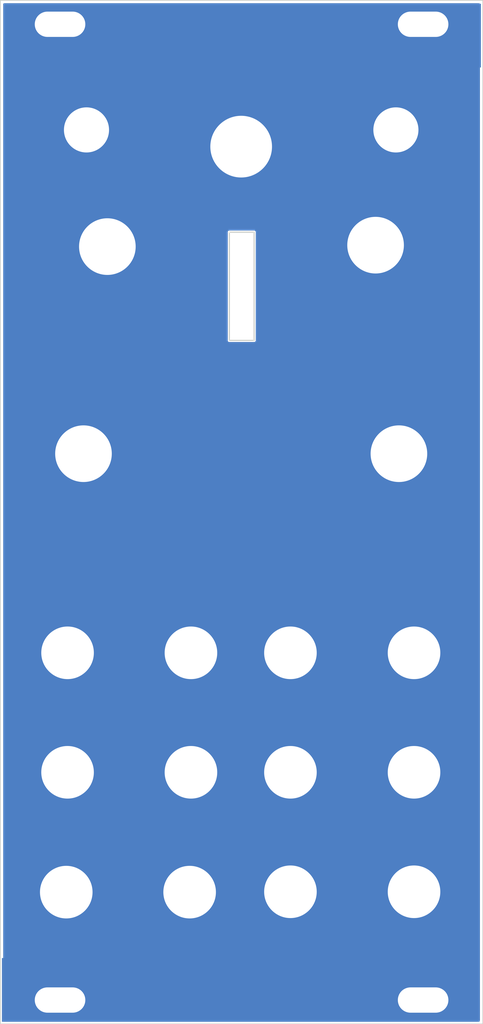
<source format=kicad_pcb>
(kicad_pcb (version 20221018) (generator pcbnew)
  (layers (0 "F.Cu" signal) (1 "In1.Cu" signal) (2 "In2.Cu" signal) (31 "B.Cu" signal) (34 "B.Paste" user) (35 "F.Paste" user) (36 "B.SilkS" user "B.Silkscreen") (37 "F.SilkS" user "F.Silkscreen") (38 "B.Mask" user) (39 "F.Mask" user) (44 "Edge.Cuts" user))
  (net 0 "")
  (net 1 "GND")
  (footprint "Faceplate_Hole_Pot_16mm" (layer "F.Cu") (at 76.313352 98.745578)
    (fp_text reference "REF**" hide)
    (fp_text value "Faceplate_Hole_Pot_16mm" hide)
    (pad "1" thru_hole circle (at 0 0) (size 7.874 7.874) (drill 7.112) (layers "*.Cu" "*.Mask") (net 1 "GND"))
  )
  (footprint "Faceplate_Hole_Jack_3.5mm" (layer "F.Cu") (at 117.841352 153.745578)
    (fp_text reference "REF**" hide)
    (fp_text value "GND" hide)
    (pad "1" thru_hole circle (at 0 0) (size 7.62 7.62) (drill 6.604) (layers "*.Cu" "*.Mask") (net 1 "GND"))
  )
  (footprint "Faceplate_Hole_Jack_3.5mm" (layer "F.Cu") (at 117.841352 123.745578)
    (fp_text reference "REF**" hide)
    (fp_text value "GND" hide)
    (pad "1" thru_hole circle (at 0 0) (size 7.62 7.62) (drill 6.604) (layers "*.Cu" "*.Mask") (net 1 "GND"))
  )
  (footprint "Faceplate_Hole_Jack_3.5mm" (layer "F.Cu") (at 74.149152 153.791138)
    (fp_text reference "REF**" hide)
    (fp_text value "GND" hide)
    (pad "1" thru_hole circle (at 0 0) (size 7.62 7.62) (drill 6.604) (layers "*.Cu" "*.Mask") (net 1 "GND"))
  )
  (footprint "Faceplate_Rail_Mount_Slot_Plated" (layer "F.Cu") (at 118.982 44.8327)
    (fp_text reference "REF**" hide)
    (fp_text value "Faceplate_Rail_Mount_Slot_Plated" hide)
    (pad "1" thru_hole oval (at 0 0) (size 7.366 4.191) (drill oval 6.35 3.175) (layers "*.Cu" "*.Mask") (net 1 "GND"))
  )
  (footprint "Faceplate_Hole_LED_Button_5.4mm_With_Mask_Opening" (layer "F.Cu") (at 76.691352 58.095578)
    (fp_text reference "REF**" hide)
    (fp_text value "Faceplate_Hole_LED_Button_5.4mm_With_Mask_Opening" hide)
    (pad "1" thru_hole circle (at 0 0) (size 5.969 5.969) (drill 5.6642) (layers "*.Cu" "*.Mask") (net 1 "GND"))
  )
  (footprint "Faceplate_Hole_Jack_3.5mm" (layer "F.Cu") (at 102.313352 153.745578)
    (fp_text reference "REF**" hide)
    (fp_text value "GND" hide)
    (pad "1" thru_hole circle (at 0 0) (size 7.62 7.62) (drill 6.604) (layers "*.Cu" "*.Mask") (net 1 "GND"))
  )
  (footprint "Faceplate_Hole_Jack_3.5mm" (layer "F.Cu") (at 102.313352 138.745578)
    (fp_text reference "REF**" hide)
    (fp_text value "GND" hide)
    (pad "1" thru_hole circle (at 0 0) (size 7.62 7.62) (drill 6.604) (layers "*.Cu" "*.Mask") (net 1 "GND"))
  )
  (footprint "Faceplate_Rail_Mount_Slot_Plated" (layer "F.Cu") (at 73.368 167.3383)
    (fp_text reference "REF**" hide)
    (fp_text value "Faceplate_Rail_Mount_Slot_Plated" hide)
    (pad "1" thru_hole oval (at 0 0) (size 7.366 4.191) (drill oval 6.35 3.175) (layers "*.Cu" "*.Mask") (net 1 "GND"))
  )
  (footprint "Faceplate_Hole_LED_Button_5.4mm_With_Mask_Opening" (layer "F.Cu") (at 115.563352 58.095578)
    (fp_text reference "REF**" hide)
    (fp_text value "Faceplate_Hole_LED_Button_5.4mm_With_Mask_Opening" hide)
    (pad "1" thru_hole circle (at 0 0) (size 5.969 5.969) (drill 5.6642) (layers "*.Cu" "*.Mask") (net 1 "GND"))
  )
  (footprint "Faceplate_Hole_Pot_16mm" (layer "F.Cu") (at 79.313352 72.745578)
    (fp_text reference "REF**" hide)
    (fp_text value "Faceplate_Hole_Pot_16mm" hide)
    (pad "1" thru_hole circle (at 0 0) (size 7.874 7.874) (drill 7.112) (layers "*.Cu" "*.Mask") (net 1 "GND"))
  )
  (footprint "Faceplate_Hole_Jack_3.5mm" (layer "F.Cu") (at 89.649152 153.791138)
    (fp_text reference "REF**" hide)
    (fp_text value "GND" hide)
    (pad "1" thru_hole circle (at 0 0) (size 7.62 7.62) (drill 6.604) (layers "*.Cu" "*.Mask") (net 1 "GND"))
  )
  (footprint "Faceplate_Hole_Jack_3.5mm" (layer "F.Cu") (at 74.313352 138.745578)
    (fp_text reference "REF**" hide)
    (fp_text value "GND" hide)
    (pad "1" thru_hole circle (at 0 0) (size 7.62 7.62) (drill 6.604) (layers "*.Cu" "*.Mask") (net 1 "GND"))
  )
  (footprint "Faceplate_Rail_Mount_Slot_Plated" (layer "F.Cu") (at 73.368 44.8327)
    (fp_text reference "REF**" hide)
    (fp_text value "Faceplate_Rail_Mount_Slot_Plated" hide)
    (pad "1" thru_hole oval (at 0 0) (size 7.366 4.191) (drill oval 6.35 3.175) (layers "*.Cu" "*.Mask") (net 1 "GND"))
  )
  (footprint "Faceplate_Hole_Jack_3.5mm" (layer "F.Cu") (at 74.313352 123.745578)
    (fp_text reference "REF**" hide)
    (fp_text value "GND" hide)
    (pad "1" thru_hole circle (at 0 0) (size 7.62 7.62) (drill 6.604) (layers "*.Cu" "*.Mask") (net 1 "GND"))
  )
  (footprint "Faceplate_Rail_Mount_Slot_Plated" (layer "F.Cu") (at 118.982 167.3383)
    (fp_text reference "REF**" hide)
    (fp_text value "Faceplate_Rail_Mount_Slot_Plated" hide)
    (pad "1" thru_hole oval (at 0 0) (size 7.366 4.191) (drill oval 6.35 3.175) (layers "*.Cu" "*.Mask") (net 1 "GND"))
  )
  (footprint "Faceplate_Hole_Jack_3.5mm" (layer "F.Cu") (at 89.813352 138.745578)
    (fp_text reference "REF**" hide)
    (fp_text value "GND" hide)
    (pad "1" thru_hole circle (at 0 0) (size 7.62 7.62) (drill 6.604) (layers "*.Cu" "*.Mask") (net 1 "GND"))
  )
  (footprint "Faceplate_Hole_Jack_3.5mm" (layer "F.Cu") (at 117.841352 138.745578)
    (fp_text reference "REF**" hide)
    (fp_text value "GND" hide)
    (pad "1" thru_hole circle (at 0 0) (size 7.62 7.62) (drill 6.604) (layers "*.Cu" "*.Mask") (net 1 "GND"))
  )
  (footprint "Faceplate_Hole_Jack_3.5mm" (layer "F.Cu") (at 102.313352 123.745578)
    (fp_text reference "REF**" hide)
    (fp_text value "GND" hide)
    (pad "1" thru_hole circle (at 0 0) (size 7.62 7.62) (drill 6.604) (layers "*.Cu" "*.Mask") (net 1 "GND"))
  )
  (footprint "Faceplate_Hole_Jack_3.5mm" (layer "F.Cu") (at 89.813352 123.745578)
    (fp_text reference "REF**" hide)
    (fp_text value "GND" hide)
    (pad "1" thru_hole circle (at 0 0) (size 7.62 7.62) (drill 6.604) (layers "*.Cu" "*.Mask") (net 1 "GND"))
  )
  (footprint "Faceplate_Hole_Pot_16mm" (layer "F.Cu") (at 115.941352 98.745578)
    (fp_text reference "REF**" hide)
    (fp_text value "Faceplate_Hole_Pot_16mm" hide)
    (pad "1" thru_hole circle (at 0 0) (size 7.874 7.874) (drill 7.112) (layers "*.Cu" "*.Mask") (net 1 "GND"))
  )
  (footprint "Faceplate_Hole_LED_Button_7mm_With_Mask_Opening" (layer "F.Cu") (at 96.123352 60.195578)
    (fp_text reference "LOCK1" hide)
    (fp_text value "Faceplate_Hole_LED_Button_7mm_With_Mask_Opening" hide)
    (pad "1" thru_hole circle (at 0 0) (size 8.0518 8.0518) (drill 7.747) (layers "*.Cu" "*.Mask") (net 1 "GND"))
  )
  (footprint "Faceplate_Hole_Pot_16mm" (layer "F.Cu") (at 113.01 72.5655)
    (fp_text reference "REF**" hide)
    (fp_text value "Faceplate_Hole_Pot_16mm" hide)
    (pad "1" thru_hole circle (at 0 0) (size 7.874 7.874) (drill 7.112) (layers "*.Cu" "*.Mask") (net 1 "GND"))
  )
  (footprint "4ms_Faceplate:Rail_Connection_12HP" (layer "B.Cu") (at 96.24 46.2555 180)
    (fp_text reference "REF**" hide)
    (fp_text value "Rail_Connection_12HP" hide)
    (pad "1" smd rect (at 0 0 180) (size 60 8) (layers "B.Cu" "B.Paste" "B.Mask") (net 1 "GND"))
  )
  (footprint "4ms_Faceplate:Rail_Connection_12HP" (layer "B.Cu") (at 96.07 166.0655 180)
    (fp_text reference "REF**" hide)
    (fp_text value "Rail_Connection_12HP" hide)
    (pad "1" smd rect (at 0 0 180) (size 60 8) (layers "B.Cu" "B.Paste" "B.Mask") (net 1 "GND"))
  )
  (gr_line (start 126.475 41.8355) (end 126.475 170.3355) (stroke (width 0.1)) (layer "Edge.Cuts"))
  (gr_line (start 97.7515 84.52) (end 97.7515 70.931) (stroke (width 0.15)) (layer "Edge.Cuts"))
  (gr_line (start 94.64 84.52) (end 97.7515 84.52) (stroke (width 0.15)) (layer "Edge.Cuts"))
  (gr_line (start 65.875 41.8355) (end 126.475 41.8355) (stroke (width 0.1)) (layer "Edge.Cuts"))
  (gr_line (start 65.875 41.8355) (end 65.875 170.3355) (stroke (width 0.1)) (layer "Edge.Cuts"))
  (gr_line (start 65.875 170.3355) (end 126.475 170.3355) (stroke (width 0.1)) (layer "Edge.Cuts"))
  (gr_line (start 97.7515 70.931) (end 94.64 70.931) (stroke (width 0.15)) (layer "Edge.Cuts"))
  (gr_line (start 94.64 70.931) (end 94.64 84.52) (stroke (width 0.15)) (layer "Edge.Cuts"))
  (zone (net 1) (net_name "GND") (layer "B.Cu") (connect_pads yes (clearance 0.508)) (min_thickness 0.25) (fill yes (thermal_gap 0.5) (thermal_bridge_width 0.5))
    (polygon (pts (xy 66.229 42.1895) (xy 66.229 169.9815) (xy 126.121 169.9815) (xy 126.121 42.1895)))
  )
)
</source>
